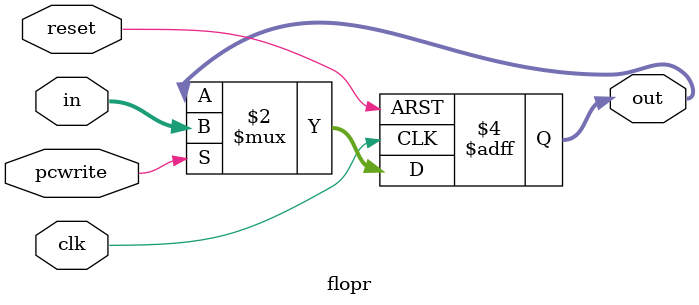
<source format=v>
module flopr
(
	input				clk, reset,
	input       pcwrite,      //write enable
	input				[31:0]	in,
	output	reg	 [31:0]	out
);

	always @ (negedge clk, posedge reset)
	begin
	   $display("<<pcwrite=%b>><<pcnext=%b>>",pcwrite,in);
		if (reset) out <=0;
		else if(pcwrite) out <=in;
		
   end
endmodule

</source>
